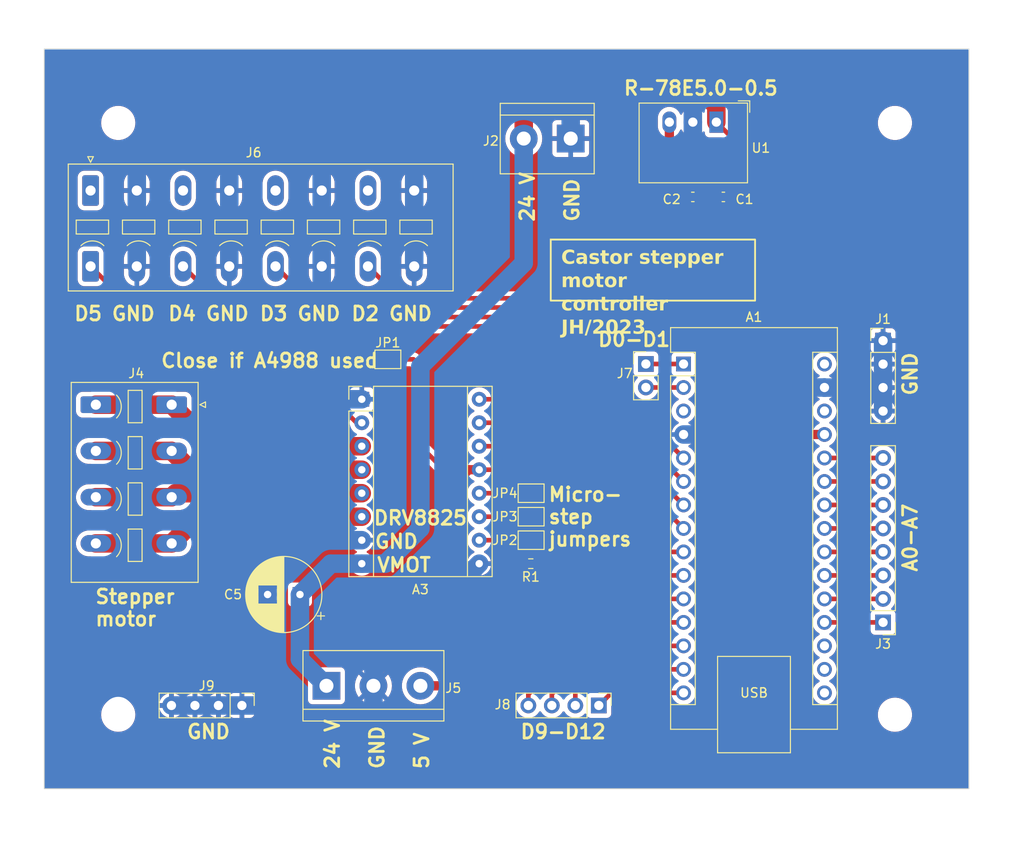
<source format=kicad_pcb>
(kicad_pcb (version 20221018) (generator pcbnew)
  (layers (0 "F.Cu" signal) (31 "B.Cu" signal) (34 "B.Paste" user) (35 "F.Paste" user) (36 "B.SilkS" user "B.Silkscreen") (37 "F.SilkS" user "F.Silkscreen") (38 "B.Mask" user) (39 "F.Mask" user) (44 "Edge.Cuts" user))
  (net 0 "")
  (net 1 "Net-(A1-D1{slash}TX)")
  (net 2 "Net-(A1-D0{slash}RX)")
  (net 4 "GND")
  (net 5 "Net-(A1-D2)")
  (net 6 "Net-(A1-D3)")
  (net 7 "Net-(A1-D4)")
  (net 8 "Net-(A1-D5)")
  (net 9 "Net-(A1-D6)")
  (net 10 "Net-(A1-D7)")
  (net 11 "Net-(A1-D8)")
  (net 12 "Net-(A1-D9)")
  (net 13 "Net-(A1-D10)")
  (net 14 "Net-(A1-D11)")
  (net 15 "Net-(A1-D12)")
  (net 19 "Net-(A1-A0)")
  (net 20 "Net-(A1-A1)")
  (net 21 "Net-(A1-A2)")
  (net 22 "Net-(A1-A3)")
  (net 23 "Net-(A1-A4)")
  (net 24 "Net-(A1-A5)")
  (net 25 "Net-(A1-A6)")
  (net 26 "Net-(A1-A7)")
  (net 27 "+5V")
  (net 30 "Net-(A3-A2)")
  (net 31 "Net-(A3-A1)")
  (net 32 "Net-(A3-B1)")
  (net 33 "Net-(A3-B2)")
  (net 34 "+24V")
  (net 35 "Net-(A3-M0)")
  (net 36 "Net-(A3-M1)")
  (net 37 "Net-(A3-M2)")
  (net 38 "Net-(A3-~{FLT})")
  (footprint "Jumper:SolderJumper-2_P1.3mm_Open_TrianglePad1.0x1.5mm" (layer "F.Cu") (at 102.653 100.584)
    (fp_text reference "JP3" (at -2.831 0) (layer "F.SilkS"))
    (fp_text value "Jumper_2_Open")
    (pad "1" smd custom (at -0.725 0) (size 0.3 0.3) (layers "F.Cu" "F.Mask") (net 36 "Net-(A3-M1)") (options (clearance outline) (anchor rect)) (primitives (gr_poly (pts (xy 1 0) (xy 0.5 0.75) (xy -0.5 0.75) (xy -0.5 -0.75) (xy 0.5 -0.75)) (width 0) (fill yes))))
    (pad "2" smd custom (at 0.725 0) (size 0.3 0.3) (layers "F.Cu" "F.Mask") (net 27 "+5V") (options (clearance outline) (anchor rect)) (primitives (gr_poly (pts (xy 0.5 0.75) (xy -0.65 0.75) (xy -0.15 0) (xy -0.65 -0.75) (xy 0.5 -0.75)) (width 0) (fill yes))))
  )
  (footprint "Connector_PinHeader_2.54mm:PinHeader_1x08_P2.54mm_Vertical" (layer "F.Cu") (at 140.716 112.014 180)
    (fp_text reference "J3" (at 0 -2.33) (layer "F.SilkS"))
    (fp_text value "Conn_01x08")
    (pad "1" thru_hole rect (at 0 0 180) (size 1.7 1.7) (drill 1) (layers "*.Cu" "*.Mask") (net 19 "Net-(A1-A0)"))
    (pad "2" thru_hole oval (at 0 2.54 180) (size 1.7 1.7) (drill 1) (layers "*.Cu" "*.Mask") (net 20 "Net-(A1-A1)"))
    (pad "3" thru_hole oval (at 0 5.08 180) (size 1.7 1.7) (drill 1) (layers "*.Cu" "*.Mask") (net 21 "Net-(A1-A2)"))
    (pad "4" thru_hole oval (at 0 7.62 180) (size 1.7 1.7) (drill 1) (layers "*.Cu" "*.Mask") (net 22 "Net-(A1-A3)"))
    (pad "5" thru_hole oval (at 0 10.16 180) (size 1.7 1.7) (drill 1) (layers "*.Cu" "*.Mask") (net 23 "Net-(A1-A4)"))
    (pad "6" thru_hole oval (at 0 12.7 180) (size 1.7 1.7) (drill 1) (layers "*.Cu" "*.Mask") (net 24 "Net-(A1-A5)"))
    (pad "7" thru_hole oval (at 0 15.24 180) (size 1.7 1.7) (drill 1) (layers "*.Cu" "*.Mask") (net 25 "Net-(A1-A6)"))
    (pad "8" thru_hole oval (at 0 17.78 180) (size 1.7 1.7) (drill 1) (layers "*.Cu" "*.Mask") (net 26 "Net-(A1-A7)"))
  )
  (footprint "Module:Pololu_Breakout-16_15.2x20.3mm" (layer "F.Cu") (at 84.338 87.884)
    (fp_text reference "A3" (at 6.34 20.574) (layer "F.SilkS"))
    (fp_text value "Pololu_Breakout_DRV8825")
    (pad "1" thru_hole rect (at 0 0) (size 1.6 1.6) (drill 0.8) (layers "*.Cu" "*.Mask") (net 4 "GND"))
    (pad "2" thru_hole oval (at 0 2.54) (size 1.6 1.6) (drill 0.8) (layers "*.Cu" "*.Mask") (net 38 "Net-(A3-~{FLT})"))
    (pad "3" thru_hole oval (at 0 5.08) (size 1.6 1.6) (drill 0.8) (layers "*.Cu" "*.Mask") (net 30 "Net-(A3-A2)"))
    (pad "4" thru_hole oval (at 0 7.62) (size 1.6 1.6) (drill 0.8) (layers "*.Cu" "*.Mask") (net 31 "Net-(A3-A1)"))
    (pad "5" thru_hole oval (at 0 10.16) (size 1.6 1.6) (drill 0.8) (layers "*.Cu" "*.Mask") (net 32 "Net-(A3-B1)"))
    (pad "6" thru_hole oval (at 0 12.7) (size 1.6 1.6) (drill 0.8) (layers "*.Cu" "*.Mask") (net 33 "Net-(A3-B2)"))
    (pad "7" thru_hole oval (at 0 15.24) (size 1.6 1.6) (drill 0.8) (layers "*.Cu" "*.Mask") (net 4 "GND"))
    (pad "8" thru_hole oval (at 0 17.78) (size 1.6 1.6) (drill 0.8) (layers "*.Cu" "*.Mask") (net 34 "+24V"))
    (pad "9" thru_hole oval (at 12.7 17.78) (size 1.6 1.6) (drill 0.8) (layers "*.Cu" "*.Mask") (net 4 "GND"))
    (pad "10" thru_hole oval (at 12.7 15.24) (size 1.6 1.6) (drill 0.8) (layers "*.Cu" "*.Mask") (net 35 "Net-(A3-M0)"))
    (pad "11" thru_hole oval (at 12.7 12.7) (size 1.6 1.6) (drill 0.8) (layers "*.Cu" "*.Mask") (net 36 "Net-(A3-M1)"))
    (pad "12" thru_hole oval (at 12.7 10.16) (size 1.6 1.6) (drill 0.8) (layers "*.Cu" "*.Mask") (net 37 "Net-(A3-M2)"))
    (pad "13" thru_hole oval (at 12.7 7.62) (size 1.6 1.6) (drill 0.8) (layers "*.Cu" "*.Mask") (net 27 "+5V"))
    (pad "14" thru_hole oval (at 12.7 5.08) (size 1.6 1.6) (drill 0.8) (layers "*.Cu" "*.Mask") (net 11 "Net-(A1-D8)"))
    (pad "15" thru_hole oval (at 12.7 2.54) (size 1.6 1.6) (drill 0.8) (layers "*.Cu" "*.Mask") (net 10 "Net-(A1-D7)"))
    (pad "16" thru_hole oval (at 12.7 0) (size 1.6 1.6) (drill 0.8) (layers "*.Cu" "*.Mask") (net 9 "Net-(A1-D6)"))
  )
  (footprint "MountingHole:MountingHole_3.2mm_M3" (layer "F.Cu") (at 142 58)
    (fp_text reference "H3" hide)
    (fp_text value "MountingHole")
    (pad "" np_thru_hole circle (at 0 0) (size 3.2 3.2) (drill 3.2) (layers "*.Cu" "*.Mask"))
  )
  (footprint "Jumper:SolderJumper-2_P1.3mm_Open_TrianglePad1.0x1.5mm" (layer "F.Cu") (at 102.653 103.124)
    (fp_text reference "JP2" (at -2.831 0) (layer "F.SilkS"))
    (fp_text value "Jumper_2_Open")
    (pad "1" smd custom (at -0.725 0) (size 0.3 0.3) (layers "F.Cu" "F.Mask") (net 35 "Net-(A3-M0)") (options (clearance outline) (anchor rect)) (primitives (gr_poly (pts (xy 1 0) (xy 0.5 0.75) (xy -0.5 0.75) (xy -0.5 -0.75) (xy 0.5 -0.75)) (width 0) (fill yes))))
    (pad "2" smd custom (at 0.725 0) (size 0.3 0.3) (layers "F.Cu" "F.Mask") (net 27 "+5V") (options (clearance outline) (anchor rect)) (primitives (gr_poly (pts (xy 0.5 0.75) (xy -0.65 0.75) (xy -0.15 0) (xy -0.65 -0.75) (xy 0.5 -0.75)) (width 0) (fill yes))))
  )
  (footprint "Connector_PinHeader_2.54mm:PinHeader_1x04_P2.54mm_Vertical" (layer "F.Cu") (at 109.972 121 -90)
    (fp_text reference "J8" (at -0.096 10.404) (layer "F.SilkS"))
    (fp_text value "Conn_01x04")
    (pad "1" thru_hole rect (at 0 0 270) (size 1.7 1.7) (drill 1) (layers "*.Cu" "*.Mask") (net 15 "Net-(A1-D12)"))
    (pad "2" thru_hole oval (at 0 2.54 270) (size 1.7 1.7) (drill 1) (layers "*.Cu" "*.Mask") (net 14 "Net-(A1-D11)"))
    (pad "3" thru_hole oval (at 0 5.08 270) (size 1.7 1.7) (drill 1) (layers "*.Cu" "*.Mask") (net 13 "Net-(A1-D10)"))
    (pad "4" thru_hole oval (at 0 7.62 270) (size 1.7 1.7) (drill 1) (layers "*.Cu" "*.Mask") (net 12 "Net-(A1-D9)"))
  )
  (footprint "MountingHole:MountingHole_3.2mm_M3" (layer "F.Cu") (at 58 58)
    (fp_text reference "H4" hide)
    (fp_text value "MountingHole")
    (pad "" np_thru_hole circle (at 0 0) (size 3.2 3.2) (drill 3.2) (layers "*.Cu" "*.Mask"))
  )
  (footprint "MountingHole:MountingHole_3.2mm_M3" (layer "F.Cu") (at 58 121.666)
    (fp_text reference "H1" hide)
    (fp_text value "MountingHole")
    (pad "" np_thru_hole circle (at 0 0) (size 3.2 3.2) (drill 3.2) (layers "*.Cu" "*.Mask"))
  )
  (footprint "Jumper:SolderJumper-2_P1.3mm_Open_TrianglePad1.0x1.5mm" (layer "F.Cu") (at 87.159 83.566)
    (fp_text reference "JP1" (at 0 -1.8) (layer "F.SilkS"))
    (fp_text value "Jumper_2_Open")
    (pad "1" smd custom (at -0.725 0) (size 0.3 0.3) (layers "F.Cu" "F.Mask") (net 38 "Net-(A3-~{FLT})") (options (clearance outline) (anchor rect)) (primitives (gr_poly (pts (xy 1 0) (xy 0.5 0.75) (xy -0.5 0.75) (xy -0.5 -0.75) (xy 0.5 -0.75)) (width 0) (fill yes))))
    (pad "2" smd custom (at 0.725 0) (size 0.3 0.3) (layers "F.Cu" "F.Mask") (net 27 "+5V") (options (clearance outline) (anchor rect)) (primitives (gr_poly (pts (xy 0.5 0.75) (xy -0.65 0.75) (xy -0.15 0) (xy -0.65 -0.75) (xy 0.5 -0.75)) (width 0) (fill yes))))
  )
  (footprint "Module:Arduino_Nano" (layer "F.Cu") (at 119.136 84.074)
    (fp_text reference "A1" (at 7.62 -5.08) (layer "F.SilkS"))
    (fp_text value "Arduino_Nano_v3.x")
    (fp_text user "USB" (at 7.62 35.56 unlocked) (layer "F.SilkS"))
    (pad "1" thru_hole rect (at 0 0) (size 1.6 1.6) (drill 1) (layers "*.Cu" "*.Mask") (net 1 "Net-(A1-D1{slash}TX)"))
    (pad "2" thru_hole oval (at 0 2.54) (size 1.6 1.6) (drill 1) (layers "*.Cu" "*.Mask") (net 2 "Net-(A1-D0{slash}RX)"))
    (pad "3" thru_hole oval (at 0 5.08) (size 1.6 1.6) (drill 1) (layers "*.Cu" "*.Mask"))
    (pad "4" thru_hole oval (at 0 7.62) (size 1.6 1.6) (drill 1) (layers "*.Cu" "*.Mask") (net 4 "GND"))
    (pad "5" thru_hole oval (at 0 10.16) (size 1.6 1.6) (drill 1) (layers "*.Cu" "*.Mask") (net 5 "Net-(A1-D2)"))
    (pad "6" thru_hole oval (at 0 12.7) (size 1.6 1.6) (drill 1) (layers "*.Cu" "*.Mask") (net 6 "Net-(A1-D3)"))
    (pad "7" thru_hole oval (at 0 15.24) (size 1.6 1.6) (drill 1) (layers "*.Cu" "*.Mask") (net 7 "Net-(A1-D4)"))
    (pad "8" thru_hole oval (at 0 17.78) (size 1.6 1.6) (drill 1) (layers "*.Cu" "*.Mask") (net 8 "Net-(A1-D5)"))
    (pad "9" thru_hole oval (at 0 20.32) (size 1.6 1.6) (drill 1) (layers "*.Cu" "*.Mask") (net 9 "Net-(A1-D6)"))
    (pad "10" thru_hole oval (at 0 22.86) (size 1.6 1.6) (drill 1) (layers "*.Cu" "*.Mask") (net 10 "Net-(A1-D7)"))
    (pad "11" thru_hole oval (at 0 25.4) (size 1.6 1.6) (drill 1) (layers "*.Cu" "*.Mask") (net 11 "Net-(A1-D8)"))
    (pad "12" thru_hole oval (at 0 27.94) (size 1.6 1.6) (drill 1) (layers "*.Cu" "*.Mask") (net 12 "Net-(A1-D9)"))
    (pad "13" thru_hole oval (at 0 30.48) (size 1.6 1.6) (drill 1) (layers "*.Cu" "*.Mask") (net 13 "Net-(A1-D10)"))
    (pad "14" thru_hole oval (at 0 33.02) (size 1.6 1.6) (drill 1) (layers "*.Cu" "*.Mask") (net 14 "Net-(A1-D11)"))
    (pad "15" thru_hole oval locked (at 0 35.56) (size 1.6 1.6) (drill 1) (layers "*.Cu" "*.Mask") (net 15 "Net-(A1-D12)"))
    (pad "16" thru_hole oval (at 15.24 35.56) (size 1.6 1.6) (drill 1) (layers "*.Cu" "*.Mask"))
    (pad "17" thru_hole oval (at 15.24 33.02) (size 1.6 1.6) (drill 1) (layers "*.Cu" "*.Mask"))
    (pad "18" thru_hole oval (at 15.24 30.48) (size 1.6 1.6) (drill 1) (layers "*.Cu" "*.Mask"))
    (pad "19" thru_hole oval (at 15.24 27.94) (size 1.6 1.6) (drill 1) (layers "*.Cu" "*.Mask") (net 19 "Net-(A1-A0)"))
    (pad "20" thru_hole oval (at 15.24 25.4) (size 1.6 1.6) (drill 1) (layers "*.Cu" "*.Mask") (net 20 "Net-(A1-A1)"))
    (pad "21" thru_hole oval (at 15.24 22.86) (size 1.6 1.6) (drill 1) (layers "*.Cu" "*.Mask") (net 21 "Net-(A1-A2)"))
    (pad "22" thru_hole oval (at 15.24 20.32) (size 1.6 1.6) (drill 1) (layers "*.Cu" "*.Mask") (net 22 "Net-(A1-A3)"))
    (pad "23" thru_hole oval (at 15.24 17.78) (size 1.6 1.6) (drill 1) (layers "*.Cu" "*.Mask") (net 23 "Net-(A1-A4)"))
    (pad "24" thru_hole oval (at 15.24 15.24) (size 1.6 1.6) (drill 1) (layers "*.Cu" "*.Mask") (net 24 "Net-(A1-A5)"))
    (pad "25" thru_hole oval (at 15.24 12.7) (size 1.6 1.6) (drill 1) (layers "*.Cu" "*.Mask") (net 25 "Net-(A1-A6)"))
    (pad "26" thru_hole oval (at 15.24 10.16) (size 1.6 1.6) (drill 1) (layers "*.Cu" "*.Mask") (net 26 "Net-(A1-A7)"))
    (pad "27" thru_hole oval (at 15.24 7.62) (size 1.6 1.6) (drill 1) (layers "*.Cu" "*.Mask") (net 27 "+5V"))
    (pad "28" thru_hole oval (at 15.24 5.08) (size 1.6 1.6) (drill 1) (layers "*.Cu" "*.Mask"))
    (pad "29" thru_hole oval (at 15.24 2.54) (size 1.6 1.6) (drill 1) (layers "*.Cu" "*.Mask") (net 4 "GND"))
    (pad "30" thru_hole oval (at 15.24 0) (size 1.6 1.6) (drill 1) (layers "*.Cu" "*.Mask"))
  )
  (footprint "Connector_PinHeader_2.54mm:PinHeader_1x02_P2.54mm_Vertical" (layer "F.Cu") (at 115.062 84.069)
    (fp_text reference "J7" (at -2.286 1.021) (layer "F.SilkS"))
    (fp_text value "Conn_01x02")
    (pad "1" thru_hole rect (at 0 0) (size 1.7 1.7) (drill 1) (layers "*.Cu" "*.Mask") (net 1 "Net-(A1-D1{slash}TX)"))
    (pad "2" thru_hole oval (at 0 2.54) (size 1.7 1.7) (drill 1) (layers "*.Cu" "*.Mask") (net 2 "Net-(A1-D0{slash}RX)"))
  )
  (footprint "TerminalBlock:TerminalBlock_bornier-3_P5.08mm" (layer "F.Cu") (at 80.518 118.872)
    (fp_text reference "J5" (at 13.716 0.254) (layer "F.SilkS"))
    (fp_text value "Screw_Terminal_01x03")
    (pad "1" thru_hole rect (at 0 0) (size 3 3) (drill 1.52) (layers "*.Cu" "*.Mask") (net 34 "+24V"))
    (pad "2" thru_hole circle (at 5.08 0) (size 3 3) (drill 1.52) (layers "*.Cu" "*.Mask") (net 4 "GND"))
    (pad "3" thru_hole circle (at 10.16 0) (size 3 3) (drill 1.52) (layers "*.Cu" "*.Mask") (net 27 "+5V"))
  )
  (footprint "Resistor_SMD:R_0603_1608Metric" (layer "F.Cu") (at 102.616 105.664 180)
    (fp_text reference "R1" (at 0 -1.43) (layer "F.SilkS"))
    (fp_text value "R")
    (pad "1" smd roundrect (at -0.825 0 180) (size 0.8 0.95) (layers "F.Cu" "F.Paste" "F.Mask") (net 11 "Net-(A1-D8)"))
    (pad "2" smd roundrect (at 0.825 0 180) (size 0.8 0.95) (layers "F.Cu" "F.Paste" "F.Mask") (net 4 "GND"))
  )
  (footprint "Capacitor_SMD:C_0603_1608Metric" (layer "F.Cu") (at 123.444 66 180)
    (fp_text reference "C1" (at -2.286 -0.254) (layer "F.SilkS"))
    (fp_text value "10u")
    (pad "1" smd roundrect (at -0.775 0 180) (size 0.9 0.95) (layers "F.Cu" "F.Paste" "F.Mask") (net 34 "+24V"))
    (pad "2" smd roundrect (at 0.775 0 180) (size 0.9 0.95) (layers "F.Cu" "F.Paste" "F.Mask") (net 4 "GND"))
  )
  (footprint "Connector_Phoenix_SPT:PhoenixContact_SPT_2.5_4-V-5.0-EX_1x04_P5.0mm_Vertical" (layer "F.Cu") (at 63.7775 88.472 -90)
    (fp_text reference "J4" (at -3.382 3.8335) (layer "F.SilkS"))
    (fp_text value "Screw_Terminal_01x04")
    (pad "1" thru_hole roundrect (at 0 0 270) (size 1.8 3.3) (drill 1.1) (layers "*.Cu" "*.Mask") (roundrect_rratio 0.138889) (net 30 "Net-(A3-A2)"))
    (pad "1" thru_hole roundrect (at 0 8.2 270) (size 1.8 3.3) (drill 1.1) (layers "*.Cu" "*.Mask") (roundrect_rratio 0.138889) (net 30 "Net-(A3-A2)"))
    (pad "2" thru_hole oval (at 5 0 270) (size 1.8 3.3) (drill 1.1) (layers "*.Cu" "*.Mask") (net 31 "Net-(A3-A1)"))
    (pad "2" thru_hole oval (at 5 8.2 270) (size 1.8 3.3) (drill 1.1) (layers "*.Cu" "*.Mask") (net 31 "Net-(A3-A1)"))
    (pad "3" thru_hole oval (at 10 0 270) (size 1.8 3.3) (drill 1.1) (layers "*.Cu" "*.Mask") (net 32 "Net-(A3-B1)"))
    (pad "3" thru_hole oval (at 10 8.2 270) (size 1.8 3.3) (drill 1.1) (layers "*.Cu" "*.Mask") (net 32 "Net-(A3-B1)"))
    (pad "4" thru_hole oval (at 15 0 270) (size 1.8 3.3) (drill 1.1) (layers "*.Cu" "*.Mask") (net 33 "Net-(A3-B2)"))
    (pad "4" thru_hole oval (at 15 8.2 270) (size 1.8 3.3) (drill 1.1) (layers "*.Cu" "*.Mask") (net 33 "Net-(A3-B2)"))
  )
  (footprint "Capacitor_SMD:C_0603_1608Metric" (layer "F.Cu") (at 120.142 66)
    (fp_text reference "C2" (at -2.286 0.254) (layer "F.SilkS"))
    (fp_text value "10u")
    (pad "1" smd roundrect (at -0.775 0) (size 0.9 0.95) (layers "F.Cu" "F.Paste" "F.Mask") (net 27 "+5V"))
    (pad "2" smd roundrect (at 0.775 0) (size 0.9 0.95) (layers "F.Cu" "F.Paste" "F.Mask") (net 4 "GND"))
  )
  (footprint "Connector_PinHeader_2.54mm:PinHeader_1x04_P2.54mm_Vertical" (layer "F.Cu") (at 71.374 121 -90)
    (fp_text reference "J9" (at -2.128 3.81) (layer "F.SilkS"))
    (fp_text value "Conn_01x04")
    (pad "1" thru_hole rect (at 0 0 270) (size 1.7 1.7) (drill 1) (layers "*.Cu" "*.Mask") (net 4 "GND"))
    (pad "2" thru_hole oval (at 0 2.54 270) (size 1.7 1.7) (drill 1) (layers "*.Cu" "*.Mask") (net 4 "GND"))
    (pad "3" thru_hole oval (at 0 5.08 270) (size 1.7 1.7) (drill 1) (layers "*.Cu" "*.Mask") (net 4 "GND"))
    (pad "4" thru_hole oval (at 0 7.62 270) (size 1.7 1.7) (drill 1) (layers "*.Cu" "*.Mask") (net 4 "GND"))
  )
  (footprint "Capacitor_THT:CP_Radial_D8.0mm_P3.50mm" (layer "F.Cu") (at 77.652651 109 180)
    (fp_text reference "C5" (at 7.240651 0) (layer "F.SilkS"))
    (fp_text value "100u")
    (pad "1" thru_hole rect (at 0 0 180) (size 1.6 1.6) (drill 0.8) (layers "*.Cu" "*.Mask") (net 34 "+24V"))
    (pad "2" thru_hole circle (at 3.5 0 180) (size 1.6 1.6) (drill 0.8) (layers "*.Cu" "*.Mask") (net 4 "GND"))
  )
  (footprint "Connector_Phoenix_SPT:PhoenixContact_SPT_2.5_8-V-5.0-EX_1x08_P5.0mm_Vertical" (layer "F.Cu") (at 55.006 65.3105)
    (fp_text reference "J6" (at 17.638 -4.0965) (layer "F.SilkS"))
    (fp_text value "Screw_Terminal_01x08")
    (pad "1" thru_hole roundrect (at 0 0) (size 1.8 3.3) (drill 1.1) (layers "*.Cu" "*.Mask") (roundrect_rratio 0.138889) (net 8 "Net-(A1-D5)"))
    (pad "1" thru_hole roundrect (at 0 8.2) (size 1.8 3.3) (drill 1.1) (layers "*.Cu" "*.Mask") (roundrect_rratio 0.138889) (net 8 "Net-(A1-D5)"))
    (pad "2" thru_hole oval (at 5 0) (size 1.8 3.3) (drill 1.1) (layers "*.Cu" "*.Mask") (net 4 "GND"))
    (pad "2" thru_hole oval (at 5 8.2) (size 1.8 3.3) (drill 1.1) (layers "*.Cu" "*.Mask") (net 4 "GND"))
    (pad "3" thru_hole oval (at 10 0) (size 1.8 3.3) (drill 1.1) (layers "*.Cu" "*.Mask") (net 7 "Net-(A1-D4)"))
    (pad "3" thru_hole oval (at 10 8.2) (size 1.8 3.3) (drill 1.1) (layers "*.Cu" "*.Mask") (net 7 "Net-(A1-D4)"))
    (pad "4" thru_hole oval (at 15 0) (size 1.8 3.3) (drill 1.1) (layers "*.Cu" "*.Mask") (net 4 "GND"))
    (pad "4" thru_hole oval (at 15 8.2) (size 1.8 3.3) (drill 1.1) (layers "*.Cu" "*.Mask") (net 4 "GND"))
    (pad "5" thru_hole oval (at 20 0) (size 1.8 3.3) (drill 1.1) (layers "*.Cu" "*.Mask") (net 6 "Net-(A1-D3)"))
    (pad "5" thru_hole oval (at 20 8.2) (size 1.8 3.3) (drill 1.1) (layers "*.Cu" "*.Mask") (net 6 "Net-(A1-D3)"))
    (pad "6" thru_hole oval (at 25 0) (size 1.8 3.3) (drill 1.1) (layers "*.Cu" "*.Mask") (net 4 "GND"))
    (pad "6" thru_hole oval (at 25 8.2) (size 1.8 3.3) (drill 1.1) (layers "*.Cu" "*.Mask") (net 4 "GND"))
    (pad "7" thru_hole oval (at 30 0) (size 1.8 3.3) (drill 1.1) (layers "*.Cu" "*.Mask") (net 5 "Net-(A1-D2)"))
    (pad "7" thru_hole oval (at 30 8.2) (size 1.8 3.3) (drill 1.1) (layers "*.Cu" "*.Mask") (net 5 "Net-(A1-D2)"))
    (pad "8" thru_hole oval (at 35 0) (size 1.8 3.3) (drill 1.1) (layers "*.Cu" "*.Mask") (net 4 "GND"))
    (pad "8" thru_hole oval (at 35 8.2) (size 1.8 3.3) (drill 1.1) (layers "*.Cu" "*.Mask") (net 4 "GND"))
  )
  (footprint "TerminalBlock:TerminalBlock_bornier-2_P5.08mm" (layer "F.Cu") (at 106.934 59.69 180)
    (fp_text reference "J2" (at 8.636 -0.254) (layer "F.SilkS"))
    (fp_text value "Screw_Terminal_01x02")
    (pad "1" thru_hole rect (at 0 0 180) (size 3 3) (drill 1.52) (layers "*.Cu" "*.Mask") (net 4 "GND"))
    (pad "2" thru_hole circle (at 5.08 0 180) (size 3 3) (drill 1.52) (layers "*.Cu" "*.Mask") (net 34 "+24V"))
  )
  (footprint "MountingHole:MountingHole_3.2mm_M3" (layer "F.Cu") (at 142 122)
    (fp_text reference "H2" hide)
    (fp_text value "MountingHole")
    (pad "" np_thru_hole circle (at 0 0) (size 3.2 3.2) (drill 3.2) (layers "*.Cu" "*.Mask"))
  )
  (footprint "Connector_PinHeader_2.54mm:PinHeader_1x04_P2.54mm_Vertical" (layer "F.Cu") (at 140.716 81.544)
    (fp_text reference "J1" (at 0 -2.33) (layer "F.SilkS"))
    (fp_text value "Conn_01x04")
    (pad "1" thru_hole rect (at 0 0) (size 1.7 1.7) (drill 1) (layers "*.Cu" "*.Mask") (net 4 "GND"))
    (pad "2" thru_hole oval (at 0 2.54) (size 1.7 1.7) (drill 1) (layers "*.Cu" "*.Mask") (net 4 "GND"))
    (pad "3" thru_hole oval (at 0 5.08) (size 1.7 1.7) (drill 1) (layers "*.Cu" "*.Mask") (net 4 "GND"))
    (pad "4" thru_hole oval (at 0 7.62) (size 1.7 1.7) (drill 1) (layers "*.Cu" "*.Mask") (net 4 "GND"))
  )
  (footprint "Converter_DCDC:Converter_DCDC_RECOM_R-78E-0.5_THT" (layer "F.Cu") (at 122.682 57.912 180)
    (fp_text reference "U1" (at -4.826 -2.794) (layer "F.SilkS"))
    (fp_text value "R-78E5.0-0.5")
    (pad "1" thru_hole rect (at 0 0 180) (size 1.5 2.3) (drill 1) (layers "*.Cu" "*.Mask") (net 34 "+24V"))
    (pad "2" thru_hole oval (at 2.54 0 180) (size 1.5 2.3) (drill 1) (layers "*.Cu" "*.Mask") (net 4 "GND"))
    (pad "3" thru_hole oval (at 5.08 0 180) (size 1.5 2.3) (drill 1) (layers "*.Cu" "*.Mask") (net 27 "+5V"))
  )
  (footprint "Jumper:SolderJumper-2_P1.3mm_Open_TrianglePad1.0x1.5mm" (layer "F.Cu") (at 102.653 98.044)
    (fp_text reference "JP4" (at -2.831 0) (layer "F.SilkS"))
    (fp_text value "Jumper_2_Open")
    (pad "1" smd custom (at -0.725 0) (size 0.3 0.3) (layers "F.Cu" "F.Mask") (net 37 "Net-(A3-M2)") (options (clearance outline) (anchor rect)) (primitives (gr_poly (pts (xy 1 0) (xy 0.5 0.75) (xy -0.5 0.75) (xy -0.5 -0.75) (xy 0.5 -0.75)) (width 0) (fill yes))))
    (pad "2" smd custom (at 0.725 0) (size 0.3 0.3) (layers "F.Cu" "F.Mask") (net 27 "+5V") (options (clearance outline) (anchor rect)) (primitives (gr_poly (pts (xy 0.5 0.75) (xy -0.65 0.75) (xy -0.15 0) (xy -0.65 -0.75) (xy 0.5 -0.75)) (width 0) (fill yes))))
  )
  (gr_rect (start 50 50) (end 150 130) (stroke (width 0.1)) (fill none) (layer "Edge.Cuts"))
  (gr_text "24 V\n\nGND\n\n5 V" (at 91.694 128.016 90) (layer "F.SilkS") (effects (font (size 1.5 1.5) (thickness 0.3) bold) (justify left bottom)))
  (gr_text "GND\n" (at 144.526 87.63 90) (layer "F.SilkS") (effects (font (size 1.5 1.5) (thickness 0.3) bold) (justify left bottom)))
  (gr_text "GND" (at 67.31 79.502) (layer "F.SilkS") (effects (font (size 1.5 1.5) (thickness 0.3) bold) (justify left bottom)))
  (gr_text "D5" (at 53.086 79.502) (layer "F.SilkS") (effects (font (size 1.5 1.5) (thickness 0.3) bold) (justify left bottom)))
  (gr_text "R-78E5.0-0.5" (at 112.522 55.118) (layer "F.SilkS") (effects (font (size 1.5 1.5) (thickness 0.3) bold) (justify left bottom)))
  (gr_text "D4" (at 63.246 79.502) (layer "F.SilkS") (effects (font (size 1.5 1.5) (thickness 0.3) bold) (justify left bottom)))
  (gr_text "GND\n" (at 65.278 124.714) (layer "F.SilkS") (effects (font (size 1.5 1.5) (thickness 0.3) bold) (justify left bottom)))
  (gr_text "GND" (at 87.122 79.502) (layer "F.SilkS") (effects (font (size 1.5 1.5) (thickness 0.3) bold) (justify left bottom)))
  (gr_text "D3" (at 73.152 79.502) (layer "F.SilkS") (effects (font (size 1.5 1.5) (thickness 0.3) bold) (justify left bottom)))
  (gr_text "GND" (at 77.216 79.502) (layer "F.SilkS") (effects (font (size 1.5 1.5) (thickness 0.3) bold) (justify left bottom)))
  (gr_text "A0-A7" (at 144.526 106.68 90) (layer "F.SilkS") (effects (font (size 1.5 1.5) (thickness 0.3) bold) (justify left bottom)))
  (gr_text "GND" (at 57.15 79.502) (layer "F.SilkS") (effects (font (size 1.5 1.5) (thickness 0.3) bold) (justify left bottom)))
  (gr_text "D9-D12\n" (at 101.346 124.714) (layer "F.SilkS") (effects (font (size 1.5 1.5) (thickness 0.3) bold) (justify left bottom)))
  (gr_text "Stepper\nmotor" (at 55.372 112.522) (layer "F.SilkS") (effects (font (size 1.5 1.5) (thickness 0.3) bold) (justify left bottom)))
  (gr_text "GND" (at 85.598 104.14) (layer "F.SilkS") (effects (font (size 1.5 1.5) (thickness 0.3) bold) (justify left bottom)))
  (gr_text "24 V\n\nGND" (at 107.95 68.834 90) (layer "F.SilkS") (effects (font (size 1.5 1.5) (thickness 0.3) bold) (justify left bottom)))
  (gr_text "D0-D1\n" (at 109.728 82.296) (layer "F.SilkS") (effects (font (size 1.5 1.5) (thickness 0.3) bold) (justify left bottom)))
  (gr_text "DRV8825" (at 90.678 101.6) (layer "F.SilkS") (effects (font (size 1.5 1.5) (thickness 0.3) bold) (justify bottom)))
  (gr_text "VMOT" (at 85.852 106.68) (layer "F.SilkS") (effects (font (size 1.5 1.5) (thickness 0.3) bold) (justify left bottom)))
  (gr_text "Micro-\nstep\njumpers" (at 104.394 103.886) (layer "F.SilkS") (effects (font (size 1.5 1.5) (thickness 0.3) bold) (justify left bottom)))
  (gr_text "Close if A4988 used" (at 62.484 84.582) (layer "F.SilkS") (effects (font (size 1.5 1.5) (thickness 0.3) bold) (justify left bottom)))
  (gr_text "D2" (at 83.058 79.502) (layer "F.SilkS") (effects (font (size 1.5 1.5) (thickness 0.3) bold) (justify left bottom)))
  (gr_text_box "Castor stepper motor\ncontroller   JH/2023" (start 104.775 70.612) (end 126.873 77.216) (layer "F.SilkS") (effects (font (size 1.5 1.5) (thickness 0.3) bold) (justify left top)) (stroke (width 0.2)))
  (segment (start 119.131 84.069) (end 119.136 84.074) (width 0.5) (layer "F.Cu") (net 1))
  (segment (start 115.062 84.069) (end 119.131 84.069) (width 0.5) (layer "F.Cu") (net 1))
  (segment (start 119.131 86.609) (end 119.136 86.614) (width 0.5) (layer "F.Cu") (net 2))
  (segment (start 115.062 86.609) (end 119.131 86.609) (width 0.5) (layer "F.Cu") (net 2))
  (segment (start 120.142 62.738) (end 120.142 57.912) (width 0.5) (layer "F.Cu") (net 4))
  (segment (start 121.666 66) (end 121.666 64.262) (width 0.5) (layer "F.Cu") (net 4))
  (segment (start 121.666 66) (end 122.669 66) (width 0.5) (layer "F.Cu") (net 4))
  (segment (start 120.917 66) (end 121.666 66) (width 0.5) (layer "F.Cu") (net 4))
  (segment (start 121.666 64.262) (end 120.142 62.738) (width 0.5) (layer "F.Cu") (net 4))
  (segment (start 101.791 105.664) (end 97.038 105.664) (width 0.5) (layer "F.Cu") (net 4))
  (segment (start 74.152651 105.171349) (end 74.152651 109) (width 2) (layer "B.Cu") (net 4))
  (segment (start 140.716 81.544) (end 140.716 84.084) (width 2) (layer "B.Cu") (net 4))
  (segment (start 134.386 86.624) (end 134.376 86.614) (width 2) (layer "B.Cu") (net 4))
  (segment (start 66.294 121) (end 63.754 121) (width 2) (layer "B.Cu") (net 4))
  (segment (start 90.006 65.3105) (end 90.006 58.596) (width 2) (layer "B.Cu") (net 4))
  (segment (start 74.152651 121.396651) (end 75.946 123.19) (width 2) (layer "B.Cu") (net 4))
  (segment (start 85.598 117.104) (end 97.038 105.664) (width 2) (layer "B.Cu") (net 4))
  (segment (start 80.006 73.5105) (end 80.006 65.3105) (width 2) (layer "B.Cu") (net 4))
  (segment (start 134.376 86.614) (end 127 86.614) (width 2) (layer "B.Cu") (net 4))
  (segment (start 140.716 84.084) (end 140.716 86.624) (width 2) (layer "B.Cu") (net 4))
  (segment (start 80.122 87.884) (end 80.006 88) (width 2) (layer "B.Cu") (net 4))
  (segment (start 81.124 103.124) (end 84.338 103.124) (width 2) (layer "B.Cu") (net 4))
  (segment (start 70 58.59) (end 64.092 58.59) (width 2) (layer "B.Cu") (net 4))
  (segment (start 60.006 65.3105) (end 60.006 62.676) (width 2) (layer "B.Cu") (net 4))
  (segment (start 106.934 59.69) (end 106.934 54.422) (width 2) (layer "B.Cu") (net 4))
  (segment (start 90 58.59) (end 94.234 54.356) (width 2) (layer "B.Cu") (net 4))
  (segment (start 60.006 62.676) (end 64.092 58.59) (width 2) (layer "B.Cu") (net 4))
  (segment (start 73.756 121) (end 74.152651 121.396651) (width 2) (layer "B.Cu") (net 4))
  (segment (start 127 86.614) (end 127 68.58) (width 2) (layer "B.Cu") (net 4))
  (segment (start 119.136 91.694) (end 126.746 91.694) (width 2) (layer "B.Cu") (net 4))
  (segment (start 85.598 120.99332) (end 85.598 118.872) (width 2) (layer "B.Cu") (net 4))
  (segment (start 120.142 57.912) (end 120.142 54.498) (width 2) (layer "B.Cu") (net 4))
  (segment (start 70.006 65.3105) (end 70.006 58.596) (width 2) (layer "B.Cu") (net 4))
  (segment (start 60.006 73.5105) (end 60.006 65.3105) (width 2) (layer "B.Cu") (net 4))
  (segment (start 80.006 73.5105) (end 80.006 88) (width 2) (layer "B.Cu") (net 4))
  (segment (start 70.006 58.596) (end 70 58.59) (width 2) (layer "B.Cu") (net 4))
  (segment (start 80.006 65.3105) (end 80.006 58.596) (width 2) (layer "B.Cu") (net 4))
  (segment (start 70.006 73.5105) (end 70.006 65.3105) (width 2) (layer "B.Cu") (net 4))
  (segment (start 90.006 73.5105) (end 90.006 65.3105) (width 2) (layer "B.Cu") (net 4))
  (segment (start 80.006 88) (end 80.006 101.994) (width 2) (layer "B.Cu") (net 4))
  (segment (start 80 58.59) (end 70 58.59) (width 2) (layer "B.Cu") (net 4))
  (segment (start 140.716 86.624) (end 140.716 89.164) (width 2) (layer "B.Cu") (net 4))
  (segment (start 126.746 91.694) (end 127 91.44) (width 2) (layer "B.Cu") (net 4))
  (segment (start 83.40132 123.19) (end 85.598 120.99332) (width 2) (layer "B.Cu") (net 4))
  (segment (start 94.234 54.356) (end 107 54.356) (width 2) (layer "B.Cu") (net 4))
  (segment (start 127 91.44) (end 127 86.614) (width 2) (layer "B.Cu") (net 4))
  (segment (start 140.716 86.624) (end 134.386 86.624) (width 2) (layer "B.Cu") (net 4))
  (segment (start 76.2 103.124) (end 74.152651 105.171349) (width 2) (layer "B.Cu") (net 4))
  (segment (start 75.946 123.19) (end 83.40132 123.19) (width 2) (layer "B.Cu") (net 4))
  (segment (start 120.142 54.498) (end 120 54.356) (width 2) (layer "B.Cu") (net 4))
  (segment (start 120.142 61.722) (end 120.142 57.912) (width 2) (layer "B.Cu") (net 4))
  (segment (start 106.934 54.422) (end 107 54.356) (width 2) (layer "B.Cu") (net 4))
  (segment (start 127 68.58) (end 120.142 61.722) (width 2) (layer "B.Cu") (net 4))
  (segment (start 74.152651 109) (end 74.152651 121.396651) (width 2) (layer "B.Cu") (net 4))
  (segment (start 71.374 121) (end 73.756 121) (width 2) (layer "B.Cu") (net 4))
  (segment (start 80 102) (end 81.124 103.124) (width 2) (layer "B.Cu") (net 4))
  (segment (start 84.338 87.884) (end 80.122 87.884) (width 2) (layer "B.Cu") (net 4))
  (segment (start 107 54.356) (end 120 54.356) (width 2) (layer "B.Cu") (net 4))
  (segment (start 81.124 103.124) (end 76.2 103.124) (width 2) (layer "B.Cu") (net 4))
  (segment (start 71.374 121) (end 68.834 121) (width 2) (layer "B.Cu") (net 4))
  (segment (start 80.006 58.596) (end 80 58.59) (width 2) (layer "B.Cu") (net 4))
  (segment (start 85.598 118.872) (end 85.598 117.104) (width 2) (layer "B.Cu") (net 4))
  (segment (start 80.006 101.994) (end 80 102) (width 2) (layer "B.Cu") (net 4))
  (segment (start 68.834 121) (end 66.294 121) (width 2) (layer "B.Cu") (net 4))
  (segment (start 140.706 86.614) (end 140.716 86.624) (width 2) (layer "B.Cu") (net 4))
  (segment (start 90.006 58.596) (end 90 58.59) (width 2) (layer "B.Cu") (net 4))
  (segment (start 90 58.59) (end 80 58.59) (width 2) (layer "B.Cu") (net 4))
  (segment (start 119.136 94.234) (end 101.864 76.962) (width 0.5) (layer "F.Cu") (net 5))
  (segment (start 101.864 76.962) (end 88.4575 76.962) (width 0.5) (layer "F.Cu") (net 5))
  (segment (start 88.4575 76.962) (end 85.006 73.5105) (width 0.5) (layer "F.Cu") (net 5))
  (segment (start 119.136 96.774) (end 100.324 77.962) (width 0.5) (layer "F.Cu") (net 6))
  (segment (start 79.4575 77.962) (end 75.006 73.5105) (width 0.5) (layer "F.Cu") (net 6))
  (segment (start 100.324 77.962) (end 79.4575 77.962) (width 0.5) (layer "F.Cu") (net 6))
  (segment (start 119.136 99.314) (end 98.816 78.994) (width 0.5) (layer "F.Cu") (net 7))
  (segment (start 98.816 78.994) (end 70.4895 78.994) (width 0.5) (layer "F.Cu") (net 7))
  (segment (start 70.4895 78.994) (end 65.006 73.5105) (width 0.5) (layer "F.Cu") (net 7))
  (segment (start 97.292 80.01) (end 61.5055 80.01) (width 0.5) (layer "F.Cu") (net 8))
  (segment (start 61.5055 80.01) (end 55.006 73.5105) (width 0.5) (layer "F.Cu") (net 8))
  (segment (start 119.136 101.854) (end 97.292 80.01) (width 0.5) (layer "F.Cu") (net 8))
  (segment (start 108.41 95.023358) (end 108.41 101.552) (width 0.5) (layer "F.Cu") (net 9))
  (segment (start 108.41 101.552) (end 111.252 104.394) (width 0.5) (layer "F.Cu") (net 9))
  (segment (start 97.038 87.884) (end 101.270642 87.884) (width 0.5) (layer "F.Cu") (net 9))
  (segment (start 111.252 104.394) (end 119.136 104.394) (width 0.5) (layer "F.Cu") (net 9))
  (segment (start 101.270642 87.884) (end 108.41 95.023358) (width 0.5) (layer "F.Cu") (net 9))
  (segment (start 110.236 106.934) (end 119.136 106.934) (width 0.5) (layer "F.Cu") (net 10))
  (segment (start 107.41 95.437572) (end 107.41 104.108) (width 0.5) (layer "F.Cu") (net 10))
  (segment (start 107.41 104.108) (end 110.236 106.934) (width 0.5) (layer "F.Cu") (net 10))
  (segment (start 97.038 90.424) (end 102.396428 90.424) (width 0.5) (layer "F.Cu") (net 10))
  (segment (start 102.396428 90.424) (end 107.41 95.437572) (width 0.5) (layer "F.Cu") (net 10))
  (segment (start 106.41 106.918) (end 108.966 109.474) (width 0.5) (layer "F.Cu") (net 11))
  (segment (start 103.441 105.664) (end 106.41 105.664) (width 0.5) (layer "F.Cu") (net 11))
  (segment (start 108.966 109.474) (end 119.136 109.474) (width 0.5) (layer "F.Cu") (net 11))
  (segment (start 106.41 105.664) (end 106.41 106.918) (width 0.5) (layer "F.Cu") (net 11))
  (segment (start 97.038 92.964) (end 103.522214 92.964) (width 0.5) (layer "F.Cu") (net 11))
  (segment (start 103.522214 92.964) (end 106.41 95.851786) (width 0.5) (layer "F.Cu") (net 11))
  (segment (start 106.41 95.851786) (end 106.41 105.664) (width 0.5) (layer "F.Cu") (net 11))
  (segment (start 102.352 121) (end 102.352 119.797919) (width 0.5) (layer "F.Cu") (net 12))
  (segment (start 102.352 119.797919) (end 110.135919 112.014) (width 0.5) (layer "F.Cu") (net 12))
  (segment (start 110.135919 112.014) (end 119.136 112.014) (width 0.5) (layer "F.Cu") (net 12))
  (segment (start 119.136 114.554) (end 110.09668 114.554) (width 0.5) (layer "F.Cu") (net 13))
  (segment (start 110.09668 114.554) (end 104.892 119.75868) (width 0.5) (layer "F.Cu") (net 13))
  (segment (start 104.892 119.75868) (end 104.892 121) (width 0.5) (layer "F.Cu") (net 13))
  (segment (start 119.136 117.094) (end 109.678 117.094) (width 0.5) (layer "F.Cu") (net 14))
  (segment (start 107.432 119.34) (end 107.432 121) (width 0.5) (layer "F.Cu") (net 14))
  (segment (start 109.678 117.094) (end 107.432 119.34) (width 0.5) (layer "F.Cu") (net 14))
  (segment (start 109.972 121) (end 111.338 119.634) (width 0.5) (layer "F.Cu") (net 15))
  (segment (start 111.338 119.634) (end 119.136 119.634) (width 0.5) (layer "F.Cu") (net 15))
  (segment (start 140.716 112.014) (end 134.376 112.014) (width 0.5) (layer "F.Cu") (net 19))
  (segment (start 134.376 109.474) (end 140.716 109.474) (width 0.5) (layer "F.Cu") (net 20))
  (segment (start 140.716 106.934) (end 134.376 106.934) (width 0.5) (layer "F.Cu") (net 21))
  (segment (start 134.376 104.394) (end 140.716 104.394) (width 0.5) (layer "F.Cu") (net 22))
  (segment (start 140.716 101.854) (end 134.376 101.854) (width 0.5) (layer "F.Cu") (net 23))
  (segment (start 134.376 99.314) (end 140.716 99.314) (width 0.5) (layer "F.Cu") (net 24))
  (segment (start 134.376 96.774) (end 140.716 96.774) (width 0.5) (layer "F.Cu") (net 25))
  (segment (start 140.716 94.234) (end 134.376 94.234) (width 0.5) (layer "F.Cu") (net 26))
  (segment (start 105.41 103.124) (end 105.41 96.266) (width 0.5) (layer "F.Cu") (net 27))
  (segment (start 105.41 98.044) (end 103.641 98.044) (width 0.5) (layer "F.Cu") (net 27))
  (segment (start 90.678 92.964) (end 90.678 86.106) (width 0.5) (layer "F.Cu") (net 27))
  (segment (start 119.634 127.508) (end 99.822 127.508) (width 1) (layer "F.Cu") (net 27))
  (segment (start 117.642 66) (end 117.602 66.04) (width 0.5) (layer "F.Cu") (net 27))
  (segment (start 95.90663 95.504) (end 97.038 95.504) (width 1) (layer "F.Cu") (net 27))
  (segment (start 94.562315 96.848315) (end 95.90663 95.504) (width 1) (layer "F.Cu") (net 27))
  (segment (start 119.367 66) (end 117.642 66) (width 0.5) (layer "F.Cu") (net 27))
  (segment (start 89.916 83.566) (end 88.184 83.566) (width 0.5) (layer "F.Cu") (net 27))
  (segment (start 90.678 86.106) (end 90.678 84.328) (width 0.5) (layer "F.Cu") (net 27))
  (segment (start 130.048 86.106) (end 130.048 91.694) (width 1) (layer "F.Cu") (net 27))
  (segment (start 117.602 57.912) (end 117.602 66.04) (width 1) (layer "F.Cu") (net 27))
  (segment (start 90.678 84.328) (end 89.916 83.566) (width 0.5) (layer "F.Cu") (net 27))
  (segment (start 104.648 95.504) (end 97.038 95.504) (width 0.5) (layer "F.Cu") (net 27))
  (segment (start 93.218 120.904) (end 93.218 118.872) (width 1) (layer "F.Cu") (net 27))
  (segment (start 117.602 73.66) (end 130.048 86.106) (width 1) (layer "F.Cu") (net 27))
  (segment (start 93.218 98.19263) (end 94.562315 96.848315) (width 1) (layer "F.Cu") (net 27))
  (segment (start 117.602 66.04) (end 117.602 73.66) (width 1) (layer "F.Cu") (net 27))
  (segment (start 90.678 118.872) (end 93.218 118.872) (width 1) (layer "F.Cu") (net 27))
  (segment (start 93.218 116.332) (end 93.218 118.872) (width 1) (layer "F.Cu") (net 27))
  (segment (start 93.218 116.332) (end 93.218 98.19263) (width 1) (layer "F.Cu") (net 27))
  (segment (start 105.41 100.584) (end 103.641 100.584) (width 0.5) (layer "F.Cu") (net 27))
  (segment (start 130.048 91.694) (end 130.048 117.094) (width 1) (layer "F.Cu") (net 27))
  (segment (start 99.822 127.508) (end 93.218 120.904) (width 1) (layer "F.Cu") (net 27))
  (segment (start 94.562315 96.848315) (end 90.678 92.964) (width 0.5) (layer "F.Cu") (net 27))
  (segment (start 134.376 91.694) (end 130.048 91.694) (width 1) (layer "F.Cu") (net 27))
  (segment (start 103.678 103.124) (end 105.41 103.124) (width 0.5) (layer "F.Cu") (net 27))
  (segment (start 105.41 96.266) (end 104.648 95.504) (width 0.5) (layer "F.Cu") (net 27))
  (segment (start 130.048 117.094) (end 119.634 127.508) (width 1) (layer "F.Cu") (net 27))
  (segment (start 84.338 92.964) (end 68.2695 92.964) (width 2) (layer "F.Cu") (net 30))
  (segment (start 55.5775 88.472) (end 63.7775 88.472) (width 2) (layer "F.Cu") (net 30))
  (segment (start 68.2695 92.964) (end 63.7775 88.472) (width 2) (layer "F.Cu") (net 30))
  (segment (start 55.5775 93.472) (end 63.7775 93.472) (width 2) (layer "F.Cu") (net 31))
  (segment (start 65.8095 95.504) (end 63.7775 93.472) (width 2) (layer "F.Cu") (net 31))
  (segment (start 84.338 95.504) (end 65.8095 95.504) (width 2) (layer "F.Cu") (net 31))
  (segment (start 64.2055 98.044) (end 63.7775 98.472) (width 2) (layer "F.Cu") (net 32))
  (segment (start 84.338 98.044) (end 64.2055 98.044) (width 2) (layer "F.Cu") (net 32))
  (segment (start 55.5775 98.472) (end 63.7775 98.472) (width 2) (layer "F.Cu") (net 32))
  (segment (start 66.6655 100.584) (end 63.7775 103.472) (width 2) (layer "F.Cu") (net 33))
  (segment (start 84.338 100.584) (end 66.6655 100.584) (width 2) (layer "F.Cu") (net 33))
  (segment (start 55.5775 103.472) (end 63.7775 103.472) (width 2) (layer "F.Cu") (net 33))
  (segment (start 122.682 56.162913) (end 122.682 57.912) (width 2) (layer "F.Cu") (net 34))
  (segment (start 124.219 59.449) (end 122.682 57.912) (width 0.5) (layer "F.Cu") (net 34))
  (segment (start 106.42268 53) (end 119.519087 53) (width 2) (layer "F.Cu") (net 34))
  (segment (start 119.519087 53) (end 122.682 56.162913) (width 2) (layer "F.Cu") (net 34))
  (segment (start 124.219 66) (end 124.219 59.449) (width 0.5) (layer "F.Cu") (net 34))
  (segment (start 101.854 57.56868) (end 106.42268 53) (width 2) (layer "F.Cu") (net 34))
  (segment (start 101.854 59.69) (end 101.854 57.56868) (width 2) (layer "F.Cu") (net 34))
  (segment (start 90.678 84.328) (end 101.854 73.152) (width 2) (layer "B.Cu") (net 34))
  (segment (start 77.652651 109) (end 77.652651 116.006651) (width 2) (layer "B.Cu") (net 34))
  (segment (start 84.338 105.664) (end 86.868 105.664) (width 2) (layer "B.Cu") (net 34))
  (segment (start 84.338 105.664) (end 80.988651 105.664) (width 2) (layer "B.Cu") (net 34))
  (segment (start 90.678 101.854) (end 90.678 84.328) (width 2) (layer "B.Cu") (net 34))
  (segment (start 86.868 105.664) (end 90.678 101.854) (width 2) (layer "B.Cu") (net 34))
  (segment (start 80.988651 105.664) (end 77.652651 109) (width 2) (layer "B.Cu") (net 34))
  (segment (start 77.652651 116.006651) (end 80.518 118.872) (width 2) (layer "B.Cu") (net 34))
  (segment (start 101.854 73.152) (end 101.854 59.69) (width 2) (layer "B.Cu") (net 34))
  (segment (start 101.928 103.124) (end 97.038 103.124) (width 0.5) (layer "F.Cu") (net 35))
  (segment (start 101.891 100.584) (end 97.038 100.584) (width 0.5) (layer "F.Cu") (net 36))
  (segment (start 101.891 98.044) (end 97.038 98.044) (width 0.5) (layer "F.Cu") (net 37))
  (segment (start 82.788 89.434) (end 82.788 86.63) (width 0.5) (layer "F.Cu") (net 38))
  (segment (start 82.788 86.63) (end 85.852 83.566) (width 0.5) (layer "F.Cu") (net 38))
  (segment (start 84.338 90.424) (end 83.778 90.424) (width 0.5) (layer "F.Cu") (net 38))
  (segment (start 85.852 83.566) (end 86.434 83.566) (width 0.5) (layer "F.Cu") (net 38))
  (segment (start 83.778 90.424) (end 82.788 89.434) (width 0.5) (layer "F.Cu") (net 38))
  (zone (net 4) (net_name "GND") (layers "F&B.Cu") (connect_pads (clearance 0.5)) (min_thickness 0.25) (fill yes (thermal_gap 0.5) (thermal_bridge_width 0.5))
    (polygon (pts (xy 45.72 45.466) (xy 155.956 44.704) (xy 154.94 135.636) (xy 45.212 135.636)))
  )
)
</source>
